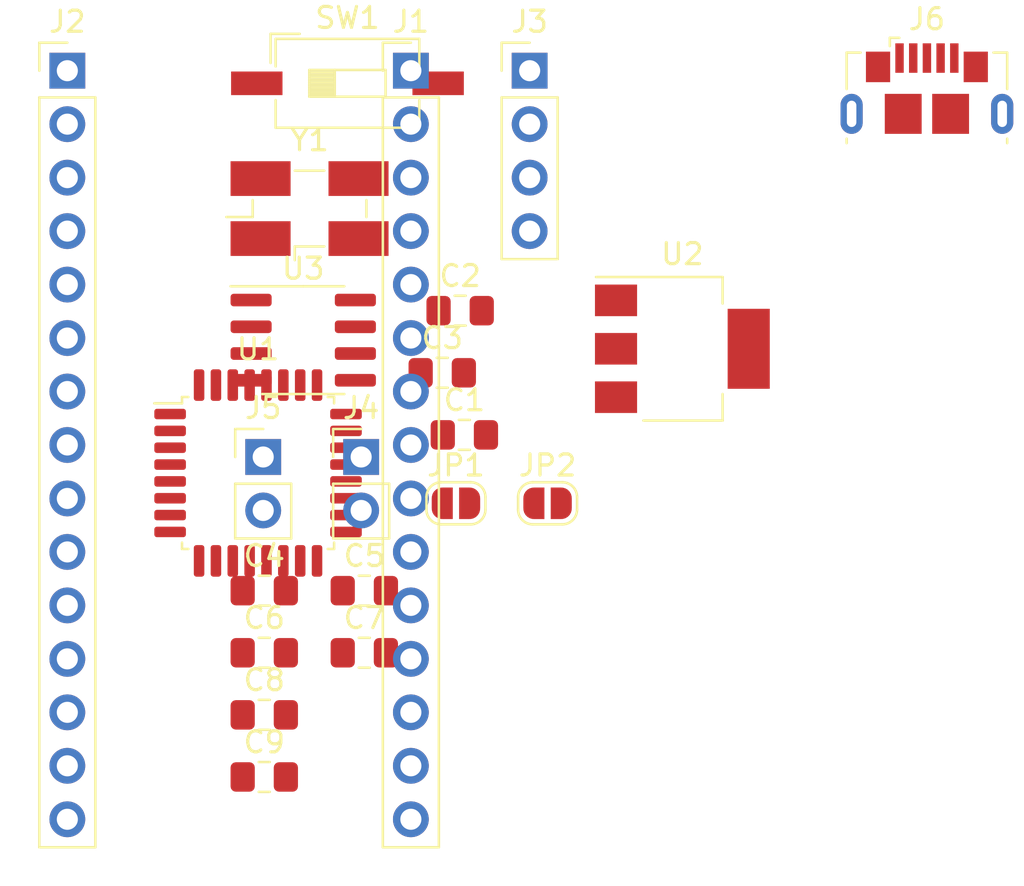
<source format=kicad_pcb>
(kicad_pcb (version 20171130) (host pcbnew 5.1.4)

  (general
    (thickness 1.6)
    (drawings 0)
    (tracks 0)
    (zones 0)
    (modules 22)
    (nets 41)
  )

  (page A4)
  (layers
    (0 F.Cu signal)
    (31 B.Cu signal)
    (32 B.Adhes user)
    (33 F.Adhes user)
    (34 B.Paste user)
    (35 F.Paste user)
    (36 B.SilkS user)
    (37 F.SilkS user)
    (38 B.Mask user)
    (39 F.Mask user)
    (40 Dwgs.User user)
    (41 Cmts.User user)
    (42 Eco1.User user)
    (43 Eco2.User user)
    (44 Edge.Cuts user)
    (45 Margin user)
    (46 B.CrtYd user)
    (47 F.CrtYd user)
    (48 B.Fab user)
    (49 F.Fab user)
  )

  (setup
    (last_trace_width 0.25)
    (trace_clearance 0.2)
    (zone_clearance 0.508)
    (zone_45_only no)
    (trace_min 0.2)
    (via_size 0.8)
    (via_drill 0.4)
    (via_min_size 0.4)
    (via_min_drill 0.3)
    (uvia_size 0.3)
    (uvia_drill 0.1)
    (uvias_allowed no)
    (uvia_min_size 0.2)
    (uvia_min_drill 0.1)
    (edge_width 0.05)
    (segment_width 0.2)
    (pcb_text_width 0.3)
    (pcb_text_size 1.5 1.5)
    (mod_edge_width 0.12)
    (mod_text_size 1 1)
    (mod_text_width 0.15)
    (pad_size 1.524 1.524)
    (pad_drill 0.762)
    (pad_to_mask_clearance 0.051)
    (solder_mask_min_width 0.25)
    (aux_axis_origin 0 0)
    (visible_elements FFFFFF7F)
    (pcbplotparams
      (layerselection 0x010fc_ffffffff)
      (usegerberextensions false)
      (usegerberattributes false)
      (usegerberadvancedattributes false)
      (creategerberjobfile false)
      (excludeedgelayer true)
      (linewidth 0.100000)
      (plotframeref false)
      (viasonmask false)
      (mode 1)
      (useauxorigin false)
      (hpglpennumber 1)
      (hpglpenspeed 20)
      (hpglpendiameter 15.000000)
      (psnegative false)
      (psa4output false)
      (plotreference true)
      (plotvalue true)
      (plotinvisibletext false)
      (padsonsilk false)
      (subtractmaskfromsilk false)
      (outputformat 1)
      (mirror false)
      (drillshape 1)
      (scaleselection 1)
      (outputdirectory ""))
  )

  (net 0 "")
  (net 1 GND)
  (net 2 "Net-(C1-Pad1)")
  (net 3 "Net-(C2-Pad2)")
  (net 4 VCC)
  (net 5 VDD)
  (net 6 NRST)
  (net 7 "Net-(C8-Pad1)")
  (net 8 "Net-(C9-Pad1)")
  (net 9 SWCLK)
  (net 10 SWDIO)
  (net 11 PA12)
  (net 12 PA11)
  (net 13 PA10)
  (net 14 PA9)
  (net 15 PA8)
  (net 16 PA7)
  (net 17 PA6)
  (net 18 PA5)
  (net 19 PA4)
  (net 20 PA3)
  (net 21 PA2)
  (net 22 PA1)
  (net 23 PA0)
  (net 24 PC15)
  (net 25 PC14)
  (net 26 PB7)
  (net 27 PB6)
  (net 28 PB5)
  (net 29 PB4)
  (net 30 PB3)
  (net 31 PB1)
  (net 32 PB0)
  (net 33 PA15)
  (net 34 TxD)
  (net 35 RxD)
  (net 36 DP)
  (net 37 "Net-(J6-Pad4)")
  (net 38 DM)
  (net 39 BOOT0)
  (net 40 "Net-(U3-Pad4)")

  (net_class Default "This is the default net class."
    (clearance 0.2)
    (trace_width 0.25)
    (via_dia 0.8)
    (via_drill 0.4)
    (uvia_dia 0.3)
    (uvia_drill 0.1)
    (add_net BOOT0)
    (add_net DM)
    (add_net DP)
    (add_net GND)
    (add_net NRST)
    (add_net "Net-(C1-Pad1)")
    (add_net "Net-(C2-Pad2)")
    (add_net "Net-(C8-Pad1)")
    (add_net "Net-(C9-Pad1)")
    (add_net "Net-(J6-Pad4)")
    (add_net "Net-(U3-Pad4)")
    (add_net PA0)
    (add_net PA1)
    (add_net PA10)
    (add_net PA11)
    (add_net PA12)
    (add_net PA15)
    (add_net PA2)
    (add_net PA3)
    (add_net PA4)
    (add_net PA5)
    (add_net PA6)
    (add_net PA7)
    (add_net PA8)
    (add_net PA9)
    (add_net PB0)
    (add_net PB1)
    (add_net PB3)
    (add_net PB4)
    (add_net PB5)
    (add_net PB6)
    (add_net PB7)
    (add_net PC14)
    (add_net PC15)
    (add_net RxD)
    (add_net SWCLK)
    (add_net SWDIO)
    (add_net TxD)
    (add_net VCC)
    (add_net VDD)
  )

  (module Crystal:Crystal_SMD_EuroQuartz_MJ-4Pin_5.0x3.2mm_HandSoldering (layer F.Cu) (tedit 5A0FD1B2) (tstamp 5D979938)
    (at 59.96 84.5)
    (descr "SMD Crystal EuroQuartz MJ series http://cdn-reichelt.de/documents/datenblatt/B400/MJ.pdf, hand-soldering, 5.0x3.2mm^2 package")
    (tags "SMD SMT crystal hand-soldering")
    (path /5D97EDC0)
    (attr smd)
    (fp_text reference Y1 (at 0 -3.25) (layer F.SilkS)
      (effects (font (size 1 1) (thickness 0.15)))
    )
    (fp_text value 32.768k (at 0 3.25) (layer F.Fab)
      (effects (font (size 1 1) (thickness 0.15)))
    )
    (fp_line (start 4 -2.5) (end -4 -2.5) (layer F.CrtYd) (width 0.05))
    (fp_line (start 4 2.5) (end 4 -2.5) (layer F.CrtYd) (width 0.05))
    (fp_line (start -4 2.5) (end 4 2.5) (layer F.CrtYd) (width 0.05))
    (fp_line (start -4 -2.5) (end -4 2.5) (layer F.CrtYd) (width 0.05))
    (fp_line (start -0.7 1.8) (end -0.7 2.45) (layer F.SilkS) (width 0.12))
    (fp_line (start 0.7 1.8) (end -0.7 1.8) (layer F.SilkS) (width 0.12))
    (fp_line (start -0.7 -1.8) (end 0.7 -1.8) (layer F.SilkS) (width 0.12))
    (fp_line (start 2.7 -0.4) (end 2.7 0.4) (layer F.SilkS) (width 0.12))
    (fp_line (start -2.7 0.4) (end -2.7 -0.4) (layer F.SilkS) (width 0.12))
    (fp_line (start -3.95 0.4) (end -2.7 0.4) (layer F.SilkS) (width 0.12))
    (fp_line (start -2.5 0.6) (end -1.5 1.6) (layer F.Fab) (width 0.1))
    (fp_line (start -2.5 -1.5) (end -2.4 -1.6) (layer F.Fab) (width 0.1))
    (fp_line (start -2.5 1.5) (end -2.5 -1.5) (layer F.Fab) (width 0.1))
    (fp_line (start -2.4 1.6) (end -2.5 1.5) (layer F.Fab) (width 0.1))
    (fp_line (start 2.4 1.6) (end -2.4 1.6) (layer F.Fab) (width 0.1))
    (fp_line (start 2.5 1.5) (end 2.4 1.6) (layer F.Fab) (width 0.1))
    (fp_line (start 2.5 -1.5) (end 2.5 1.5) (layer F.Fab) (width 0.1))
    (fp_line (start 2.4 -1.6) (end 2.5 -1.5) (layer F.Fab) (width 0.1))
    (fp_line (start -2.4 -1.6) (end 2.4 -1.6) (layer F.Fab) (width 0.1))
    (fp_text user %R (at 0 0) (layer F.Fab)
      (effects (font (size 1 1) (thickness 0.15)))
    )
    (pad 4 smd rect (at -2.325 -1.425) (size 2.85 1.65) (layers F.Cu F.Paste F.Mask))
    (pad 3 smd rect (at 2.325 -1.425) (size 2.85 1.65) (layers F.Cu F.Paste F.Mask))
    (pad 2 smd rect (at 2.325 1.425) (size 2.85 1.65) (layers F.Cu F.Paste F.Mask)
      (net 2 "Net-(C1-Pad1)"))
    (pad 1 smd rect (at -2.325 1.425) (size 2.85 1.65) (layers F.Cu F.Paste F.Mask)
      (net 3 "Net-(C2-Pad2)"))
    (model ${KISYS3DMOD}/Crystal.3dshapes/Crystal_SMD_EuroQuartz_MJ-4Pin_5.0x3.2mm_HandSoldering.wrl
      (at (xyz 0 0 0))
      (scale (xyz 1 1 1))
      (rotate (xyz 0 0 0))
    )
  )

  (module Package_SO:SOIC-8_3.9x4.9mm_P1.27mm (layer F.Cu) (tedit 5C97300E) (tstamp 5D97991C)
    (at 59.66 90.75)
    (descr "SOIC, 8 Pin (JEDEC MS-012AA, https://www.analog.com/media/en/package-pcb-resources/package/pkg_pdf/soic_narrow-r/r_8.pdf), generated with kicad-footprint-generator ipc_gullwing_generator.py")
    (tags "SOIC SO")
    (path /5DA7EFA6)
    (attr smd)
    (fp_text reference U3 (at 0 -3.4) (layer F.SilkS)
      (effects (font (size 1 1) (thickness 0.15)))
    )
    (fp_text value CH330N (at 0 3.4) (layer F.Fab)
      (effects (font (size 1 1) (thickness 0.15)))
    )
    (fp_text user %R (at 0 0) (layer F.Fab)
      (effects (font (size 0.98 0.98) (thickness 0.15)))
    )
    (fp_line (start 3.7 -2.7) (end -3.7 -2.7) (layer F.CrtYd) (width 0.05))
    (fp_line (start 3.7 2.7) (end 3.7 -2.7) (layer F.CrtYd) (width 0.05))
    (fp_line (start -3.7 2.7) (end 3.7 2.7) (layer F.CrtYd) (width 0.05))
    (fp_line (start -3.7 -2.7) (end -3.7 2.7) (layer F.CrtYd) (width 0.05))
    (fp_line (start -1.95 -1.475) (end -0.975 -2.45) (layer F.Fab) (width 0.1))
    (fp_line (start -1.95 2.45) (end -1.95 -1.475) (layer F.Fab) (width 0.1))
    (fp_line (start 1.95 2.45) (end -1.95 2.45) (layer F.Fab) (width 0.1))
    (fp_line (start 1.95 -2.45) (end 1.95 2.45) (layer F.Fab) (width 0.1))
    (fp_line (start -0.975 -2.45) (end 1.95 -2.45) (layer F.Fab) (width 0.1))
    (fp_line (start 0 -2.56) (end -3.45 -2.56) (layer F.SilkS) (width 0.12))
    (fp_line (start 0 -2.56) (end 1.95 -2.56) (layer F.SilkS) (width 0.12))
    (fp_line (start 0 2.56) (end -1.95 2.56) (layer F.SilkS) (width 0.12))
    (fp_line (start 0 2.56) (end 1.95 2.56) (layer F.SilkS) (width 0.12))
    (pad 8 smd roundrect (at 2.475 -1.905) (size 1.95 0.6) (layers F.Cu F.Paste F.Mask) (roundrect_rratio 0.25)
      (net 7 "Net-(C8-Pad1)"))
    (pad 7 smd roundrect (at 2.475 -0.635) (size 1.95 0.6) (layers F.Cu F.Paste F.Mask) (roundrect_rratio 0.25)
      (net 35 RxD))
    (pad 6 smd roundrect (at 2.475 0.635) (size 1.95 0.6) (layers F.Cu F.Paste F.Mask) (roundrect_rratio 0.25)
      (net 34 TxD))
    (pad 5 smd roundrect (at 2.475 1.905) (size 1.95 0.6) (layers F.Cu F.Paste F.Mask) (roundrect_rratio 0.25)
      (net 8 "Net-(C9-Pad1)"))
    (pad 4 smd roundrect (at -2.475 1.905) (size 1.95 0.6) (layers F.Cu F.Paste F.Mask) (roundrect_rratio 0.25)
      (net 40 "Net-(U3-Pad4)"))
    (pad 3 smd roundrect (at -2.475 0.635) (size 1.95 0.6) (layers F.Cu F.Paste F.Mask) (roundrect_rratio 0.25)
      (net 1 GND))
    (pad 2 smd roundrect (at -2.475 -0.635) (size 1.95 0.6) (layers F.Cu F.Paste F.Mask) (roundrect_rratio 0.25)
      (net 38 DM))
    (pad 1 smd roundrect (at -2.475 -1.905) (size 1.95 0.6) (layers F.Cu F.Paste F.Mask) (roundrect_rratio 0.25)
      (net 36 DP))
    (model ${KISYS3DMOD}/Package_SO.3dshapes/SOIC-8_3.9x4.9mm_P1.27mm.wrl
      (at (xyz 0 0 0))
      (scale (xyz 1 1 1))
      (rotate (xyz 0 0 0))
    )
  )

  (module Package_TO_SOT_SMD:SOT-223-3_TabPin2 (layer F.Cu) (tedit 5A02FF57) (tstamp 5D979902)
    (at 77.66 91.16)
    (descr "module CMS SOT223 4 pins")
    (tags "CMS SOT")
    (path /5D9B9C73)
    (attr smd)
    (fp_text reference U2 (at 0 -4.5) (layer F.SilkS)
      (effects (font (size 1 1) (thickness 0.15)))
    )
    (fp_text value AZ1117-33 (at 0 4.5) (layer F.Fab)
      (effects (font (size 1 1) (thickness 0.15)))
    )
    (fp_line (start 1.85 -3.35) (end 1.85 3.35) (layer F.Fab) (width 0.1))
    (fp_line (start -1.85 3.35) (end 1.85 3.35) (layer F.Fab) (width 0.1))
    (fp_line (start -4.1 -3.41) (end 1.91 -3.41) (layer F.SilkS) (width 0.12))
    (fp_line (start -0.85 -3.35) (end 1.85 -3.35) (layer F.Fab) (width 0.1))
    (fp_line (start -1.85 3.41) (end 1.91 3.41) (layer F.SilkS) (width 0.12))
    (fp_line (start -1.85 -2.35) (end -1.85 3.35) (layer F.Fab) (width 0.1))
    (fp_line (start -1.85 -2.35) (end -0.85 -3.35) (layer F.Fab) (width 0.1))
    (fp_line (start -4.4 -3.6) (end -4.4 3.6) (layer F.CrtYd) (width 0.05))
    (fp_line (start -4.4 3.6) (end 4.4 3.6) (layer F.CrtYd) (width 0.05))
    (fp_line (start 4.4 3.6) (end 4.4 -3.6) (layer F.CrtYd) (width 0.05))
    (fp_line (start 4.4 -3.6) (end -4.4 -3.6) (layer F.CrtYd) (width 0.05))
    (fp_line (start 1.91 -3.41) (end 1.91 -2.15) (layer F.SilkS) (width 0.12))
    (fp_line (start 1.91 3.41) (end 1.91 2.15) (layer F.SilkS) (width 0.12))
    (fp_text user %R (at 0 0 90) (layer F.Fab)
      (effects (font (size 0.8 0.8) (thickness 0.12)))
    )
    (pad 1 smd rect (at -3.15 -2.3) (size 2 1.5) (layers F.Cu F.Paste F.Mask)
      (net 1 GND))
    (pad 3 smd rect (at -3.15 2.3) (size 2 1.5) (layers F.Cu F.Paste F.Mask)
      (net 4 VCC))
    (pad 2 smd rect (at -3.15 0) (size 2 1.5) (layers F.Cu F.Paste F.Mask)
      (net 5 VDD))
    (pad 2 smd rect (at 3.15 0) (size 2 3.8) (layers F.Cu F.Paste F.Mask)
      (net 5 VDD))
    (model ${KISYS3DMOD}/Package_TO_SOT_SMD.3dshapes/SOT-223.wrl
      (at (xyz 0 0 0))
      (scale (xyz 1 1 1))
      (rotate (xyz 0 0 0))
    )
  )

  (module Package_QFP:LQFP-32_7x7mm_P0.8mm (layer F.Cu) (tedit 5C1823C9) (tstamp 5D9798EC)
    (at 57.515 97.06)
    (descr "LQFP, 32 Pin (https://www.nxp.com/docs/en/package-information/SOT358-1.pdf), generated with kicad-footprint-generator ipc_gullwing_generator.py")
    (tags "LQFP QFP")
    (path /5D971B2A)
    (attr smd)
    (fp_text reference U1 (at 0 -5.88) (layer F.SilkS)
      (effects (font (size 1 1) (thickness 0.15)))
    )
    (fp_text value STM32L051K8Tx (at 0 5.88) (layer F.Fab)
      (effects (font (size 1 1) (thickness 0.15)))
    )
    (fp_text user %R (at 0 0) (layer F.Fab)
      (effects (font (size 1 1) (thickness 0.15)))
    )
    (fp_line (start 5.18 3.3) (end 5.18 0) (layer F.CrtYd) (width 0.05))
    (fp_line (start 3.75 3.3) (end 5.18 3.3) (layer F.CrtYd) (width 0.05))
    (fp_line (start 3.75 3.75) (end 3.75 3.3) (layer F.CrtYd) (width 0.05))
    (fp_line (start 3.3 3.75) (end 3.75 3.75) (layer F.CrtYd) (width 0.05))
    (fp_line (start 3.3 5.18) (end 3.3 3.75) (layer F.CrtYd) (width 0.05))
    (fp_line (start 0 5.18) (end 3.3 5.18) (layer F.CrtYd) (width 0.05))
    (fp_line (start -5.18 3.3) (end -5.18 0) (layer F.CrtYd) (width 0.05))
    (fp_line (start -3.75 3.3) (end -5.18 3.3) (layer F.CrtYd) (width 0.05))
    (fp_line (start -3.75 3.75) (end -3.75 3.3) (layer F.CrtYd) (width 0.05))
    (fp_line (start -3.3 3.75) (end -3.75 3.75) (layer F.CrtYd) (width 0.05))
    (fp_line (start -3.3 5.18) (end -3.3 3.75) (layer F.CrtYd) (width 0.05))
    (fp_line (start 0 5.18) (end -3.3 5.18) (layer F.CrtYd) (width 0.05))
    (fp_line (start 5.18 -3.3) (end 5.18 0) (layer F.CrtYd) (width 0.05))
    (fp_line (start 3.75 -3.3) (end 5.18 -3.3) (layer F.CrtYd) (width 0.05))
    (fp_line (start 3.75 -3.75) (end 3.75 -3.3) (layer F.CrtYd) (width 0.05))
    (fp_line (start 3.3 -3.75) (end 3.75 -3.75) (layer F.CrtYd) (width 0.05))
    (fp_line (start 3.3 -5.18) (end 3.3 -3.75) (layer F.CrtYd) (width 0.05))
    (fp_line (start 0 -5.18) (end 3.3 -5.18) (layer F.CrtYd) (width 0.05))
    (fp_line (start -5.18 -3.3) (end -5.18 0) (layer F.CrtYd) (width 0.05))
    (fp_line (start -3.75 -3.3) (end -5.18 -3.3) (layer F.CrtYd) (width 0.05))
    (fp_line (start -3.75 -3.75) (end -3.75 -3.3) (layer F.CrtYd) (width 0.05))
    (fp_line (start -3.3 -3.75) (end -3.75 -3.75) (layer F.CrtYd) (width 0.05))
    (fp_line (start -3.3 -5.18) (end -3.3 -3.75) (layer F.CrtYd) (width 0.05))
    (fp_line (start 0 -5.18) (end -3.3 -5.18) (layer F.CrtYd) (width 0.05))
    (fp_line (start -3.5 -2.5) (end -2.5 -3.5) (layer F.Fab) (width 0.1))
    (fp_line (start -3.5 3.5) (end -3.5 -2.5) (layer F.Fab) (width 0.1))
    (fp_line (start 3.5 3.5) (end -3.5 3.5) (layer F.Fab) (width 0.1))
    (fp_line (start 3.5 -3.5) (end 3.5 3.5) (layer F.Fab) (width 0.1))
    (fp_line (start -2.5 -3.5) (end 3.5 -3.5) (layer F.Fab) (width 0.1))
    (fp_line (start -3.61 -3.31) (end -4.925 -3.31) (layer F.SilkS) (width 0.12))
    (fp_line (start -3.61 -3.61) (end -3.61 -3.31) (layer F.SilkS) (width 0.12))
    (fp_line (start -3.31 -3.61) (end -3.61 -3.61) (layer F.SilkS) (width 0.12))
    (fp_line (start 3.61 -3.61) (end 3.61 -3.31) (layer F.SilkS) (width 0.12))
    (fp_line (start 3.31 -3.61) (end 3.61 -3.61) (layer F.SilkS) (width 0.12))
    (fp_line (start -3.61 3.61) (end -3.61 3.31) (layer F.SilkS) (width 0.12))
    (fp_line (start -3.31 3.61) (end -3.61 3.61) (layer F.SilkS) (width 0.12))
    (fp_line (start 3.61 3.61) (end 3.61 3.31) (layer F.SilkS) (width 0.12))
    (fp_line (start 3.31 3.61) (end 3.61 3.61) (layer F.SilkS) (width 0.12))
    (pad 32 smd roundrect (at -2.8 -4.175) (size 0.5 1.5) (layers F.Cu F.Paste F.Mask) (roundrect_rratio 0.25)
      (net 1 GND))
    (pad 31 smd roundrect (at -2 -4.175) (size 0.5 1.5) (layers F.Cu F.Paste F.Mask) (roundrect_rratio 0.25)
      (net 39 BOOT0))
    (pad 30 smd roundrect (at -1.2 -4.175) (size 0.5 1.5) (layers F.Cu F.Paste F.Mask) (roundrect_rratio 0.25)
      (net 26 PB7))
    (pad 29 smd roundrect (at -0.4 -4.175) (size 0.5 1.5) (layers F.Cu F.Paste F.Mask) (roundrect_rratio 0.25)
      (net 27 PB6))
    (pad 28 smd roundrect (at 0.4 -4.175) (size 0.5 1.5) (layers F.Cu F.Paste F.Mask) (roundrect_rratio 0.25)
      (net 28 PB5))
    (pad 27 smd roundrect (at 1.2 -4.175) (size 0.5 1.5) (layers F.Cu F.Paste F.Mask) (roundrect_rratio 0.25)
      (net 29 PB4))
    (pad 26 smd roundrect (at 2 -4.175) (size 0.5 1.5) (layers F.Cu F.Paste F.Mask) (roundrect_rratio 0.25)
      (net 30 PB3))
    (pad 25 smd roundrect (at 2.8 -4.175) (size 0.5 1.5) (layers F.Cu F.Paste F.Mask) (roundrect_rratio 0.25)
      (net 33 PA15))
    (pad 24 smd roundrect (at 4.175 -2.8) (size 1.5 0.5) (layers F.Cu F.Paste F.Mask) (roundrect_rratio 0.25)
      (net 9 SWCLK))
    (pad 23 smd roundrect (at 4.175 -2) (size 1.5 0.5) (layers F.Cu F.Paste F.Mask) (roundrect_rratio 0.25)
      (net 10 SWDIO))
    (pad 22 smd roundrect (at 4.175 -1.2) (size 1.5 0.5) (layers F.Cu F.Paste F.Mask) (roundrect_rratio 0.25)
      (net 11 PA12))
    (pad 21 smd roundrect (at 4.175 -0.4) (size 1.5 0.5) (layers F.Cu F.Paste F.Mask) (roundrect_rratio 0.25)
      (net 12 PA11))
    (pad 20 smd roundrect (at 4.175 0.4) (size 1.5 0.5) (layers F.Cu F.Paste F.Mask) (roundrect_rratio 0.25)
      (net 13 PA10))
    (pad 19 smd roundrect (at 4.175 1.2) (size 1.5 0.5) (layers F.Cu F.Paste F.Mask) (roundrect_rratio 0.25)
      (net 14 PA9))
    (pad 18 smd roundrect (at 4.175 2) (size 1.5 0.5) (layers F.Cu F.Paste F.Mask) (roundrect_rratio 0.25)
      (net 15 PA8))
    (pad 17 smd roundrect (at 4.175 2.8) (size 1.5 0.5) (layers F.Cu F.Paste F.Mask) (roundrect_rratio 0.25)
      (net 5 VDD))
    (pad 16 smd roundrect (at 2.8 4.175) (size 0.5 1.5) (layers F.Cu F.Paste F.Mask) (roundrect_rratio 0.25)
      (net 1 GND))
    (pad 15 smd roundrect (at 2 4.175) (size 0.5 1.5) (layers F.Cu F.Paste F.Mask) (roundrect_rratio 0.25)
      (net 31 PB1))
    (pad 14 smd roundrect (at 1.2 4.175) (size 0.5 1.5) (layers F.Cu F.Paste F.Mask) (roundrect_rratio 0.25)
      (net 32 PB0))
    (pad 13 smd roundrect (at 0.4 4.175) (size 0.5 1.5) (layers F.Cu F.Paste F.Mask) (roundrect_rratio 0.25)
      (net 16 PA7))
    (pad 12 smd roundrect (at -0.4 4.175) (size 0.5 1.5) (layers F.Cu F.Paste F.Mask) (roundrect_rratio 0.25)
      (net 17 PA6))
    (pad 11 smd roundrect (at -1.2 4.175) (size 0.5 1.5) (layers F.Cu F.Paste F.Mask) (roundrect_rratio 0.25)
      (net 18 PA5))
    (pad 10 smd roundrect (at -2 4.175) (size 0.5 1.5) (layers F.Cu F.Paste F.Mask) (roundrect_rratio 0.25)
      (net 19 PA4))
    (pad 9 smd roundrect (at -2.8 4.175) (size 0.5 1.5) (layers F.Cu F.Paste F.Mask) (roundrect_rratio 0.25)
      (net 20 PA3))
    (pad 8 smd roundrect (at -4.175 2.8) (size 1.5 0.5) (layers F.Cu F.Paste F.Mask) (roundrect_rratio 0.25)
      (net 21 PA2))
    (pad 7 smd roundrect (at -4.175 2) (size 1.5 0.5) (layers F.Cu F.Paste F.Mask) (roundrect_rratio 0.25)
      (net 22 PA1))
    (pad 6 smd roundrect (at -4.175 1.2) (size 1.5 0.5) (layers F.Cu F.Paste F.Mask) (roundrect_rratio 0.25)
      (net 23 PA0))
    (pad 5 smd roundrect (at -4.175 0.4) (size 1.5 0.5) (layers F.Cu F.Paste F.Mask) (roundrect_rratio 0.25)
      (net 5 VDD))
    (pad 4 smd roundrect (at -4.175 -0.4) (size 1.5 0.5) (layers F.Cu F.Paste F.Mask) (roundrect_rratio 0.25)
      (net 6 NRST))
    (pad 3 smd roundrect (at -4.175 -1.2) (size 1.5 0.5) (layers F.Cu F.Paste F.Mask) (roundrect_rratio 0.25)
      (net 24 PC15))
    (pad 2 smd roundrect (at -4.175 -2) (size 1.5 0.5) (layers F.Cu F.Paste F.Mask) (roundrect_rratio 0.25)
      (net 25 PC14))
    (pad 1 smd roundrect (at -4.175 -2.8) (size 1.5 0.5) (layers F.Cu F.Paste F.Mask) (roundrect_rratio 0.25)
      (net 5 VDD))
    (model ${KISYS3DMOD}/Package_QFP.3dshapes/LQFP-32_7x7mm_P0.8mm.wrl
      (at (xyz 0 0 0))
      (scale (xyz 1 1 1))
      (rotate (xyz 0 0 0))
    )
  )

  (module Button_Switch_SMD:SW_DIP_SPSTx01_Slide_6.7x4.1mm_W8.61mm_P2.54mm_LowProfile (layer F.Cu) (tedit 5A4E1404) (tstamp 5D9798A1)
    (at 61.76 78.55)
    (descr "SMD 1x-dip-switch SPST , Slide, row spacing 8.61 mm (338 mils), body size 6.7x4.1mm (see e.g. https://www.ctscorp.com/wp-content/uploads/219.pdf), SMD, LowProfile")
    (tags "SMD DIP Switch SPST Slide 8.61mm 338mil SMD LowProfile")
    (path /5DA82F57)
    (attr smd)
    (fp_text reference SW1 (at 0 -3.11) (layer F.SilkS)
      (effects (font (size 1 1) (thickness 0.15)))
    )
    (fp_text value SW_RST (at 0 3.11) (layer F.Fab)
      (effects (font (size 1 1) (thickness 0.15)))
    )
    (fp_text user on (at 0.4275 -1.3425) (layer F.Fab)
      (effects (font (size 0.6 0.6) (thickness 0.09)))
    )
    (fp_text user %R (at 2.58 0 90) (layer F.Fab)
      (effects (font (size 0.6 0.6) (thickness 0.09)))
    )
    (fp_line (start 5.8 -2.4) (end -5.8 -2.4) (layer F.CrtYd) (width 0.05))
    (fp_line (start 5.8 2.4) (end 5.8 -2.4) (layer F.CrtYd) (width 0.05))
    (fp_line (start -5.8 2.4) (end 5.8 2.4) (layer F.CrtYd) (width 0.05))
    (fp_line (start -5.8 -2.4) (end -5.8 2.4) (layer F.CrtYd) (width 0.05))
    (fp_line (start -0.603333 -0.635) (end -0.603333 0.635) (layer F.SilkS) (width 0.12))
    (fp_line (start -1.81 0.565) (end -0.603333 0.565) (layer F.SilkS) (width 0.12))
    (fp_line (start -1.81 0.445) (end -0.603333 0.445) (layer F.SilkS) (width 0.12))
    (fp_line (start -1.81 0.325) (end -0.603333 0.325) (layer F.SilkS) (width 0.12))
    (fp_line (start -1.81 0.205) (end -0.603333 0.205) (layer F.SilkS) (width 0.12))
    (fp_line (start -1.81 0.085) (end -0.603333 0.085) (layer F.SilkS) (width 0.12))
    (fp_line (start -1.81 -0.035) (end -0.603333 -0.035) (layer F.SilkS) (width 0.12))
    (fp_line (start -1.81 -0.155) (end -0.603333 -0.155) (layer F.SilkS) (width 0.12))
    (fp_line (start -1.81 -0.275) (end -0.603333 -0.275) (layer F.SilkS) (width 0.12))
    (fp_line (start -1.81 -0.395) (end -0.603333 -0.395) (layer F.SilkS) (width 0.12))
    (fp_line (start -1.81 -0.515) (end -0.603333 -0.515) (layer F.SilkS) (width 0.12))
    (fp_line (start 1.81 -0.635) (end -1.81 -0.635) (layer F.SilkS) (width 0.12))
    (fp_line (start 1.81 0.635) (end 1.81 -0.635) (layer F.SilkS) (width 0.12))
    (fp_line (start -1.81 0.635) (end 1.81 0.635) (layer F.SilkS) (width 0.12))
    (fp_line (start -1.81 -0.635) (end -1.81 0.635) (layer F.SilkS) (width 0.12))
    (fp_line (start -3.65 -2.35) (end -3.65 -0.967) (layer F.SilkS) (width 0.12))
    (fp_line (start -3.65 -2.35) (end -2.267 -2.35) (layer F.SilkS) (width 0.12))
    (fp_line (start 3.41 0.8) (end 3.41 2.11) (layer F.SilkS) (width 0.12))
    (fp_line (start 3.41 -2.11) (end 3.41 -0.8) (layer F.SilkS) (width 0.12))
    (fp_line (start -3.41 0.8) (end -3.41 2.11) (layer F.SilkS) (width 0.12))
    (fp_line (start -3.41 -2.11) (end -3.41 -0.8) (layer F.SilkS) (width 0.12))
    (fp_line (start -3.41 2.11) (end 3.41 2.11) (layer F.SilkS) (width 0.12))
    (fp_line (start -3.41 -2.11) (end 3.41 -2.11) (layer F.SilkS) (width 0.12))
    (fp_line (start -0.603333 -0.635) (end -0.603333 0.635) (layer F.Fab) (width 0.1))
    (fp_line (start -1.81 0.565) (end -0.603333 0.565) (layer F.Fab) (width 0.1))
    (fp_line (start -1.81 0.465) (end -0.603333 0.465) (layer F.Fab) (width 0.1))
    (fp_line (start -1.81 0.365) (end -0.603333 0.365) (layer F.Fab) (width 0.1))
    (fp_line (start -1.81 0.265) (end -0.603333 0.265) (layer F.Fab) (width 0.1))
    (fp_line (start -1.81 0.165) (end -0.603333 0.165) (layer F.Fab) (width 0.1))
    (fp_line (start -1.81 0.065) (end -0.603333 0.065) (layer F.Fab) (width 0.1))
    (fp_line (start -1.81 -0.035) (end -0.603333 -0.035) (layer F.Fab) (width 0.1))
    (fp_line (start -1.81 -0.135) (end -0.603333 -0.135) (layer F.Fab) (width 0.1))
    (fp_line (start -1.81 -0.235) (end -0.603333 -0.235) (layer F.Fab) (width 0.1))
    (fp_line (start -1.81 -0.335) (end -0.603333 -0.335) (layer F.Fab) (width 0.1))
    (fp_line (start -1.81 -0.435) (end -0.603333 -0.435) (layer F.Fab) (width 0.1))
    (fp_line (start -1.81 -0.535) (end -0.603333 -0.535) (layer F.Fab) (width 0.1))
    (fp_line (start 1.81 -0.635) (end -1.81 -0.635) (layer F.Fab) (width 0.1))
    (fp_line (start 1.81 0.635) (end 1.81 -0.635) (layer F.Fab) (width 0.1))
    (fp_line (start -1.81 0.635) (end 1.81 0.635) (layer F.Fab) (width 0.1))
    (fp_line (start -1.81 -0.635) (end -1.81 0.635) (layer F.Fab) (width 0.1))
    (fp_line (start -3.35 -1.05) (end -2.35 -2.05) (layer F.Fab) (width 0.1))
    (fp_line (start -3.35 2.05) (end -3.35 -1.05) (layer F.Fab) (width 0.1))
    (fp_line (start 3.35 2.05) (end -3.35 2.05) (layer F.Fab) (width 0.1))
    (fp_line (start 3.35 -2.05) (end 3.35 2.05) (layer F.Fab) (width 0.1))
    (fp_line (start -2.35 -2.05) (end 3.35 -2.05) (layer F.Fab) (width 0.1))
    (pad 2 smd rect (at 4.305 0) (size 2.44 1.12) (layers F.Cu F.Paste F.Mask)
      (net 1 GND))
    (pad 1 smd rect (at -4.305 0) (size 2.44 1.12) (layers F.Cu F.Paste F.Mask)
      (net 6 NRST))
    (model ${KISYS3DMOD}/Button_Switch_SMD.3dshapes/SW_DIP_SPSTx01_Slide_6.7x4.1mm_W8.61mm_P2.54mm_LowProfile.wrl
      (at (xyz 0 0 0))
      (scale (xyz 1 1 1))
      (rotate (xyz 0 0 90))
    )
  )

  (module Jumper:SolderJumper-2_P1.3mm_Open_RoundedPad1.0x1.5mm (layer F.Cu) (tedit 5B391E66) (tstamp 5D979868)
    (at 71.26 98.5)
    (descr "SMD Solder Jumper, 1x1.5mm, rounded Pads, 0.3mm gap, open")
    (tags "solder jumper open")
    (path /5D99ECF1)
    (attr virtual)
    (fp_text reference JP2 (at 0 -1.8) (layer F.SilkS)
      (effects (font (size 1 1) (thickness 0.15)))
    )
    (fp_text value Jumper (at 0 1.9) (layer F.Fab)
      (effects (font (size 1 1) (thickness 0.15)))
    )
    (fp_line (start 1.65 1.25) (end -1.65 1.25) (layer F.CrtYd) (width 0.05))
    (fp_line (start 1.65 1.25) (end 1.65 -1.25) (layer F.CrtYd) (width 0.05))
    (fp_line (start -1.65 -1.25) (end -1.65 1.25) (layer F.CrtYd) (width 0.05))
    (fp_line (start -1.65 -1.25) (end 1.65 -1.25) (layer F.CrtYd) (width 0.05))
    (fp_line (start -0.7 -1) (end 0.7 -1) (layer F.SilkS) (width 0.12))
    (fp_line (start 1.4 -0.3) (end 1.4 0.3) (layer F.SilkS) (width 0.12))
    (fp_line (start 0.7 1) (end -0.7 1) (layer F.SilkS) (width 0.12))
    (fp_line (start -1.4 0.3) (end -1.4 -0.3) (layer F.SilkS) (width 0.12))
    (fp_arc (start -0.7 -0.3) (end -0.7 -1) (angle -90) (layer F.SilkS) (width 0.12))
    (fp_arc (start -0.7 0.3) (end -1.4 0.3) (angle -90) (layer F.SilkS) (width 0.12))
    (fp_arc (start 0.7 0.3) (end 0.7 1) (angle -90) (layer F.SilkS) (width 0.12))
    (fp_arc (start 0.7 -0.3) (end 1.4 -0.3) (angle -90) (layer F.SilkS) (width 0.12))
    (pad 2 smd custom (at 0.65 0) (size 1 0.5) (layers F.Cu F.Mask)
      (net 24 PC15) (zone_connect 2)
      (options (clearance outline) (anchor rect))
      (primitives
        (gr_circle (center 0 0.25) (end 0.5 0.25) (width 0))
        (gr_circle (center 0 -0.25) (end 0.5 -0.25) (width 0))
        (gr_poly (pts
           (xy 0 -0.75) (xy -0.5 -0.75) (xy -0.5 0.75) (xy 0 0.75)) (width 0))
      ))
    (pad 1 smd custom (at -0.65 0) (size 1 0.5) (layers F.Cu F.Mask)
      (net 3 "Net-(C2-Pad2)") (zone_connect 2)
      (options (clearance outline) (anchor rect))
      (primitives
        (gr_circle (center 0 0.25) (end 0.5 0.25) (width 0))
        (gr_circle (center 0 -0.25) (end 0.5 -0.25) (width 0))
        (gr_poly (pts
           (xy 0 -0.75) (xy 0.5 -0.75) (xy 0.5 0.75) (xy 0 0.75)) (width 0))
      ))
  )

  (module Jumper:SolderJumper-2_P1.3mm_Open_RoundedPad1.0x1.5mm (layer F.Cu) (tedit 5B391E66) (tstamp 5D979856)
    (at 66.91 98.5)
    (descr "SMD Solder Jumper, 1x1.5mm, rounded Pads, 0.3mm gap, open")
    (tags "solder jumper open")
    (path /5D99E77A)
    (attr virtual)
    (fp_text reference JP1 (at 0 -1.8) (layer F.SilkS)
      (effects (font (size 1 1) (thickness 0.15)))
    )
    (fp_text value Jumper (at 0 1.9) (layer F.Fab)
      (effects (font (size 1 1) (thickness 0.15)))
    )
    (fp_line (start 1.65 1.25) (end -1.65 1.25) (layer F.CrtYd) (width 0.05))
    (fp_line (start 1.65 1.25) (end 1.65 -1.25) (layer F.CrtYd) (width 0.05))
    (fp_line (start -1.65 -1.25) (end -1.65 1.25) (layer F.CrtYd) (width 0.05))
    (fp_line (start -1.65 -1.25) (end 1.65 -1.25) (layer F.CrtYd) (width 0.05))
    (fp_line (start -0.7 -1) (end 0.7 -1) (layer F.SilkS) (width 0.12))
    (fp_line (start 1.4 -0.3) (end 1.4 0.3) (layer F.SilkS) (width 0.12))
    (fp_line (start 0.7 1) (end -0.7 1) (layer F.SilkS) (width 0.12))
    (fp_line (start -1.4 0.3) (end -1.4 -0.3) (layer F.SilkS) (width 0.12))
    (fp_arc (start -0.7 -0.3) (end -0.7 -1) (angle -90) (layer F.SilkS) (width 0.12))
    (fp_arc (start -0.7 0.3) (end -1.4 0.3) (angle -90) (layer F.SilkS) (width 0.12))
    (fp_arc (start 0.7 0.3) (end 0.7 1) (angle -90) (layer F.SilkS) (width 0.12))
    (fp_arc (start 0.7 -0.3) (end 1.4 -0.3) (angle -90) (layer F.SilkS) (width 0.12))
    (pad 2 smd custom (at 0.65 0) (size 1 0.5) (layers F.Cu F.Mask)
      (net 25 PC14) (zone_connect 2)
      (options (clearance outline) (anchor rect))
      (primitives
        (gr_circle (center 0 0.25) (end 0.5 0.25) (width 0))
        (gr_circle (center 0 -0.25) (end 0.5 -0.25) (width 0))
        (gr_poly (pts
           (xy 0 -0.75) (xy -0.5 -0.75) (xy -0.5 0.75) (xy 0 0.75)) (width 0))
      ))
    (pad 1 smd custom (at -0.65 0) (size 1 0.5) (layers F.Cu F.Mask)
      (net 2 "Net-(C1-Pad1)") (zone_connect 2)
      (options (clearance outline) (anchor rect))
      (primitives
        (gr_circle (center 0 0.25) (end 0.5 0.25) (width 0))
        (gr_circle (center 0 -0.25) (end 0.5 -0.25) (width 0))
        (gr_poly (pts
           (xy 0 -0.75) (xy 0.5 -0.75) (xy 0.5 0.75) (xy 0 0.75)) (width 0))
      ))
  )

  (module Connector_USB:USB_Micro-B_GCT_USB3076-30-A (layer F.Cu) (tedit 5A170D03) (tstamp 5D979844)
    (at 89.27 78.8)
    (descr "GCT Micro USB https://gct.co/files/drawings/usb3076.pdf")
    (tags "Micro-USB SMD Typ-B GCT")
    (path /5DB42720)
    (attr smd)
    (fp_text reference J6 (at 0 -3.3) (layer F.SilkS)
      (effects (font (size 1 1) (thickness 0.15)))
    )
    (fp_text value USB (at 0 5.2) (layer F.Fab)
      (effects (font (size 1 1) (thickness 0.15)))
    )
    (fp_line (start -1.1 -2.16) (end -1.1 -1.95) (layer F.Fab) (width 0.1))
    (fp_line (start -1.5 -2.16) (end -1.5 -1.95) (layer F.Fab) (width 0.1))
    (fp_line (start -1.5 -2.16) (end -1.1 -2.16) (layer F.Fab) (width 0.1))
    (fp_line (start -1.1 -1.95) (end -1.3 -1.75) (layer F.Fab) (width 0.1))
    (fp_line (start -1.3 -1.75) (end -1.5 -1.95) (layer F.Fab) (width 0.1))
    (fp_line (start -1.76 -2.41) (end -1.76 -2.02) (layer F.SilkS) (width 0.12))
    (fp_line (start -1.76 -2.41) (end -1.31 -2.41) (layer F.SilkS) (width 0.12))
    (fp_text user %R (at 0 0.85) (layer F.Fab)
      (effects (font (size 1 1) (thickness 0.15)))
    )
    (fp_line (start 3.81 -1.71) (end 3.16 -1.71) (layer F.SilkS) (width 0.12))
    (fp_line (start 3.81 0.02) (end 3.81 -1.71) (layer F.SilkS) (width 0.12))
    (fp_line (start -3.81 2.59) (end -3.81 2.38) (layer F.SilkS) (width 0.12))
    (fp_line (start -3.7 3.95) (end -3.7 -1.6) (layer F.Fab) (width 0.1))
    (fp_line (start -3.7 -1.6) (end 3.7 -1.6) (layer F.Fab) (width 0.1))
    (fp_line (start -3.7 3.95) (end 3.7 3.95) (layer F.Fab) (width 0.1))
    (fp_line (start -3 2.65) (end 3 2.65) (layer F.Fab) (width 0.1))
    (fp_line (start 3.7 3.95) (end 3.7 -1.6) (layer F.Fab) (width 0.1))
    (fp_line (start 3.81 2.59) (end 3.81 2.38) (layer F.SilkS) (width 0.12))
    (fp_line (start -3.81 0.02) (end -3.81 -1.71) (layer F.SilkS) (width 0.12))
    (fp_line (start -3.81 -1.71) (end -3.15 -1.71) (layer F.SilkS) (width 0.12))
    (fp_text user "PCB Edge" (at 0 2.65) (layer Dwgs.User)
      (effects (font (size 0.5 0.5) (thickness 0.08)))
    )
    (fp_line (start -4.6 4.45) (end -4.6 -2.65) (layer F.CrtYd) (width 0.05))
    (fp_line (start -4.6 -2.65) (end 4.6 -2.65) (layer F.CrtYd) (width 0.05))
    (fp_line (start 4.6 -2.65) (end 4.6 4.45) (layer F.CrtYd) (width 0.05))
    (fp_line (start -4.6 4.45) (end 4.6 4.45) (layer F.CrtYd) (width 0.05))
    (pad 6 smd rect (at -2.32 -1.03) (size 1.15 1.45) (layers F.Cu F.Paste F.Mask)
      (net 1 GND))
    (pad 6 smd rect (at 2.32 -1.03) (size 1.15 1.45) (layers F.Cu F.Paste F.Mask)
      (net 1 GND))
    (pad 6 thru_hole oval (at 3.575 1.2) (size 1.05 1.9) (drill oval 0.45 1.25) (layers *.Cu *.Mask)
      (net 1 GND))
    (pad 6 thru_hole oval (at -3.575 1.2 180) (size 1.05 1.9) (drill oval 0.45 1.25) (layers *.Cu *.Mask)
      (net 1 GND))
    (pad 6 smd rect (at -1.125 1.2) (size 1.75 1.9) (layers F.Cu F.Paste F.Mask)
      (net 1 GND))
    (pad 3 smd rect (at 0 -1.45) (size 0.4 1.4) (layers F.Cu F.Paste F.Mask)
      (net 36 DP))
    (pad 4 smd rect (at 0.65 -1.45) (size 0.4 1.4) (layers F.Cu F.Paste F.Mask)
      (net 37 "Net-(J6-Pad4)"))
    (pad 5 smd rect (at 1.3 -1.45) (size 0.4 1.4) (layers F.Cu F.Paste F.Mask)
      (net 1 GND))
    (pad 1 smd rect (at -1.3 -1.45) (size 0.4 1.4) (layers F.Cu F.Paste F.Mask)
      (net 4 VCC))
    (pad 2 smd rect (at -0.65 -1.45) (size 0.4 1.4) (layers F.Cu F.Paste F.Mask)
      (net 38 DM))
    (pad 6 smd rect (at 1.125 1.2) (size 1.75 1.9) (layers F.Cu F.Paste F.Mask)
      (net 1 GND))
    (model ${KISYS3DMOD}/Connector_USB.3dshapes/USB_Micro-B_GCT_USB3076-30-A.wrl
      (at (xyz 0 0 0))
      (scale (xyz 1 1 1))
      (rotate (xyz 0 0 0))
    )
  )

  (module Connector_PinHeader_2.54mm:PinHeader_1x02_P2.54mm_Vertical (layer F.Cu) (tedit 59FED5CC) (tstamp 5D97981D)
    (at 57.76 96.3)
    (descr "Through hole straight pin header, 1x02, 2.54mm pitch, single row")
    (tags "Through hole pin header THT 1x02 2.54mm single row")
    (path /5DAFEB10)
    (fp_text reference J5 (at 0 -2.33) (layer F.SilkS)
      (effects (font (size 1 1) (thickness 0.15)))
    )
    (fp_text value UART_Rx (at 0 4.87) (layer F.Fab)
      (effects (font (size 1 1) (thickness 0.15)))
    )
    (fp_text user %R (at 0 1.27 90) (layer F.Fab)
      (effects (font (size 1 1) (thickness 0.15)))
    )
    (fp_line (start 1.8 -1.8) (end -1.8 -1.8) (layer F.CrtYd) (width 0.05))
    (fp_line (start 1.8 4.35) (end 1.8 -1.8) (layer F.CrtYd) (width 0.05))
    (fp_line (start -1.8 4.35) (end 1.8 4.35) (layer F.CrtYd) (width 0.05))
    (fp_line (start -1.8 -1.8) (end -1.8 4.35) (layer F.CrtYd) (width 0.05))
    (fp_line (start -1.33 -1.33) (end 0 -1.33) (layer F.SilkS) (width 0.12))
    (fp_line (start -1.33 0) (end -1.33 -1.33) (layer F.SilkS) (width 0.12))
    (fp_line (start -1.33 1.27) (end 1.33 1.27) (layer F.SilkS) (width 0.12))
    (fp_line (start 1.33 1.27) (end 1.33 3.87) (layer F.SilkS) (width 0.12))
    (fp_line (start -1.33 1.27) (end -1.33 3.87) (layer F.SilkS) (width 0.12))
    (fp_line (start -1.33 3.87) (end 1.33 3.87) (layer F.SilkS) (width 0.12))
    (fp_line (start -1.27 -0.635) (end -0.635 -1.27) (layer F.Fab) (width 0.1))
    (fp_line (start -1.27 3.81) (end -1.27 -0.635) (layer F.Fab) (width 0.1))
    (fp_line (start 1.27 3.81) (end -1.27 3.81) (layer F.Fab) (width 0.1))
    (fp_line (start 1.27 -1.27) (end 1.27 3.81) (layer F.Fab) (width 0.1))
    (fp_line (start -0.635 -1.27) (end 1.27 -1.27) (layer F.Fab) (width 0.1))
    (pad 2 thru_hole oval (at 0 2.54) (size 1.7 1.7) (drill 1) (layers *.Cu *.Mask)
      (net 21 PA2))
    (pad 1 thru_hole rect (at 0 0) (size 1.7 1.7) (drill 1) (layers *.Cu *.Mask)
      (net 35 RxD))
    (model ${KISYS3DMOD}/Connector_PinHeader_2.54mm.3dshapes/PinHeader_1x02_P2.54mm_Vertical.wrl
      (at (xyz 0 0 0))
      (scale (xyz 1 1 1))
      (rotate (xyz 0 0 0))
    )
  )

  (module Connector_PinHeader_2.54mm:PinHeader_1x02_P2.54mm_Vertical (layer F.Cu) (tedit 59FED5CC) (tstamp 5D979807)
    (at 62.41 96.3)
    (descr "Through hole straight pin header, 1x02, 2.54mm pitch, single row")
    (tags "Through hole pin header THT 1x02 2.54mm single row")
    (path /5DAFE12C)
    (fp_text reference J4 (at 0 -2.33) (layer F.SilkS)
      (effects (font (size 1 1) (thickness 0.15)))
    )
    (fp_text value UART_Tx (at 0 4.87) (layer F.Fab)
      (effects (font (size 1 1) (thickness 0.15)))
    )
    (fp_text user %R (at 0 1.27 90) (layer F.Fab)
      (effects (font (size 1 1) (thickness 0.15)))
    )
    (fp_line (start 1.8 -1.8) (end -1.8 -1.8) (layer F.CrtYd) (width 0.05))
    (fp_line (start 1.8 4.35) (end 1.8 -1.8) (layer F.CrtYd) (width 0.05))
    (fp_line (start -1.8 4.35) (end 1.8 4.35) (layer F.CrtYd) (width 0.05))
    (fp_line (start -1.8 -1.8) (end -1.8 4.35) (layer F.CrtYd) (width 0.05))
    (fp_line (start -1.33 -1.33) (end 0 -1.33) (layer F.SilkS) (width 0.12))
    (fp_line (start -1.33 0) (end -1.33 -1.33) (layer F.SilkS) (width 0.12))
    (fp_line (start -1.33 1.27) (end 1.33 1.27) (layer F.SilkS) (width 0.12))
    (fp_line (start 1.33 1.27) (end 1.33 3.87) (layer F.SilkS) (width 0.12))
    (fp_line (start -1.33 1.27) (end -1.33 3.87) (layer F.SilkS) (width 0.12))
    (fp_line (start -1.33 3.87) (end 1.33 3.87) (layer F.SilkS) (width 0.12))
    (fp_line (start -1.27 -0.635) (end -0.635 -1.27) (layer F.Fab) (width 0.1))
    (fp_line (start -1.27 3.81) (end -1.27 -0.635) (layer F.Fab) (width 0.1))
    (fp_line (start 1.27 3.81) (end -1.27 3.81) (layer F.Fab) (width 0.1))
    (fp_line (start 1.27 -1.27) (end 1.27 3.81) (layer F.Fab) (width 0.1))
    (fp_line (start -0.635 -1.27) (end 1.27 -1.27) (layer F.Fab) (width 0.1))
    (pad 2 thru_hole oval (at 0 2.54) (size 1.7 1.7) (drill 1) (layers *.Cu *.Mask)
      (net 20 PA3))
    (pad 1 thru_hole rect (at 0 0) (size 1.7 1.7) (drill 1) (layers *.Cu *.Mask)
      (net 34 TxD))
    (model ${KISYS3DMOD}/Connector_PinHeader_2.54mm.3dshapes/PinHeader_1x02_P2.54mm_Vertical.wrl
      (at (xyz 0 0 0))
      (scale (xyz 1 1 1))
      (rotate (xyz 0 0 0))
    )
  )

  (module Connector_PinHeader_2.54mm:PinHeader_1x04_P2.54mm_Vertical (layer F.Cu) (tedit 59FED5CC) (tstamp 5D9797F1)
    (at 70.41 77.95)
    (descr "Through hole straight pin header, 1x04, 2.54mm pitch, single row")
    (tags "Through hole pin header THT 1x04 2.54mm single row")
    (path /5DA679B7)
    (fp_text reference J3 (at 0 -2.33) (layer F.SilkS)
      (effects (font (size 1 1) (thickness 0.15)))
    )
    (fp_text value SWD (at 0 9.95) (layer F.Fab)
      (effects (font (size 1 1) (thickness 0.15)))
    )
    (fp_text user %R (at 0 3.81 90) (layer F.Fab)
      (effects (font (size 1 1) (thickness 0.15)))
    )
    (fp_line (start 1.8 -1.8) (end -1.8 -1.8) (layer F.CrtYd) (width 0.05))
    (fp_line (start 1.8 9.4) (end 1.8 -1.8) (layer F.CrtYd) (width 0.05))
    (fp_line (start -1.8 9.4) (end 1.8 9.4) (layer F.CrtYd) (width 0.05))
    (fp_line (start -1.8 -1.8) (end -1.8 9.4) (layer F.CrtYd) (width 0.05))
    (fp_line (start -1.33 -1.33) (end 0 -1.33) (layer F.SilkS) (width 0.12))
    (fp_line (start -1.33 0) (end -1.33 -1.33) (layer F.SilkS) (width 0.12))
    (fp_line (start -1.33 1.27) (end 1.33 1.27) (layer F.SilkS) (width 0.12))
    (fp_line (start 1.33 1.27) (end 1.33 8.95) (layer F.SilkS) (width 0.12))
    (fp_line (start -1.33 1.27) (end -1.33 8.95) (layer F.SilkS) (width 0.12))
    (fp_line (start -1.33 8.95) (end 1.33 8.95) (layer F.SilkS) (width 0.12))
    (fp_line (start -1.27 -0.635) (end -0.635 -1.27) (layer F.Fab) (width 0.1))
    (fp_line (start -1.27 8.89) (end -1.27 -0.635) (layer F.Fab) (width 0.1))
    (fp_line (start 1.27 8.89) (end -1.27 8.89) (layer F.Fab) (width 0.1))
    (fp_line (start 1.27 -1.27) (end 1.27 8.89) (layer F.Fab) (width 0.1))
    (fp_line (start -0.635 -1.27) (end 1.27 -1.27) (layer F.Fab) (width 0.1))
    (pad 4 thru_hole oval (at 0 7.62) (size 1.7 1.7) (drill 1) (layers *.Cu *.Mask)
      (net 1 GND))
    (pad 3 thru_hole oval (at 0 5.08) (size 1.7 1.7) (drill 1) (layers *.Cu *.Mask)
      (net 9 SWCLK))
    (pad 2 thru_hole oval (at 0 2.54) (size 1.7 1.7) (drill 1) (layers *.Cu *.Mask)
      (net 10 SWDIO))
    (pad 1 thru_hole rect (at 0 0) (size 1.7 1.7) (drill 1) (layers *.Cu *.Mask)
      (net 5 VDD))
    (model ${KISYS3DMOD}/Connector_PinHeader_2.54mm.3dshapes/PinHeader_1x04_P2.54mm_Vertical.wrl
      (at (xyz 0 0 0))
      (scale (xyz 1 1 1))
      (rotate (xyz 0 0 0))
    )
  )

  (module Connector_PinHeader_2.54mm:PinHeader_1x15_P2.54mm_Vertical (layer F.Cu) (tedit 59FED5CC) (tstamp 5D9797D9)
    (at 48.46 77.95)
    (descr "Through hole straight pin header, 1x15, 2.54mm pitch, single row")
    (tags "Through hole pin header THT 1x15 2.54mm single row")
    (path /5D9EC9DE)
    (fp_text reference J2 (at 0 -2.33) (layer F.SilkS)
      (effects (font (size 1 1) (thickness 0.15)))
    )
    (fp_text value PortB/C (at 0 37.89) (layer F.Fab)
      (effects (font (size 1 1) (thickness 0.15)))
    )
    (fp_text user %R (at 0 17.78 90) (layer F.Fab)
      (effects (font (size 1 1) (thickness 0.15)))
    )
    (fp_line (start 1.8 -1.8) (end -1.8 -1.8) (layer F.CrtYd) (width 0.05))
    (fp_line (start 1.8 37.35) (end 1.8 -1.8) (layer F.CrtYd) (width 0.05))
    (fp_line (start -1.8 37.35) (end 1.8 37.35) (layer F.CrtYd) (width 0.05))
    (fp_line (start -1.8 -1.8) (end -1.8 37.35) (layer F.CrtYd) (width 0.05))
    (fp_line (start -1.33 -1.33) (end 0 -1.33) (layer F.SilkS) (width 0.12))
    (fp_line (start -1.33 0) (end -1.33 -1.33) (layer F.SilkS) (width 0.12))
    (fp_line (start -1.33 1.27) (end 1.33 1.27) (layer F.SilkS) (width 0.12))
    (fp_line (start 1.33 1.27) (end 1.33 36.89) (layer F.SilkS) (width 0.12))
    (fp_line (start -1.33 1.27) (end -1.33 36.89) (layer F.SilkS) (width 0.12))
    (fp_line (start -1.33 36.89) (end 1.33 36.89) (layer F.SilkS) (width 0.12))
    (fp_line (start -1.27 -0.635) (end -0.635 -1.27) (layer F.Fab) (width 0.1))
    (fp_line (start -1.27 36.83) (end -1.27 -0.635) (layer F.Fab) (width 0.1))
    (fp_line (start 1.27 36.83) (end -1.27 36.83) (layer F.Fab) (width 0.1))
    (fp_line (start 1.27 -1.27) (end 1.27 36.83) (layer F.Fab) (width 0.1))
    (fp_line (start -0.635 -1.27) (end 1.27 -1.27) (layer F.Fab) (width 0.1))
    (pad 15 thru_hole oval (at 0 35.56) (size 1.7 1.7) (drill 1) (layers *.Cu *.Mask)
      (net 1 GND))
    (pad 14 thru_hole oval (at 0 33.02) (size 1.7 1.7) (drill 1) (layers *.Cu *.Mask)
      (net 1 GND))
    (pad 13 thru_hole oval (at 0 30.48) (size 1.7 1.7) (drill 1) (layers *.Cu *.Mask)
      (net 1 GND))
    (pad 12 thru_hole oval (at 0 27.94) (size 1.7 1.7) (drill 1) (layers *.Cu *.Mask)
      (net 24 PC15))
    (pad 11 thru_hole oval (at 0 25.4) (size 1.7 1.7) (drill 1) (layers *.Cu *.Mask)
      (net 25 PC14))
    (pad 10 thru_hole oval (at 0 22.86) (size 1.7 1.7) (drill 1) (layers *.Cu *.Mask)
      (net 26 PB7))
    (pad 9 thru_hole oval (at 0 20.32) (size 1.7 1.7) (drill 1) (layers *.Cu *.Mask)
      (net 27 PB6))
    (pad 8 thru_hole oval (at 0 17.78) (size 1.7 1.7) (drill 1) (layers *.Cu *.Mask)
      (net 28 PB5))
    (pad 7 thru_hole oval (at 0 15.24) (size 1.7 1.7) (drill 1) (layers *.Cu *.Mask)
      (net 29 PB4))
    (pad 6 thru_hole oval (at 0 12.7) (size 1.7 1.7) (drill 1) (layers *.Cu *.Mask)
      (net 30 PB3))
    (pad 5 thru_hole oval (at 0 10.16) (size 1.7 1.7) (drill 1) (layers *.Cu *.Mask)
      (net 31 PB1))
    (pad 4 thru_hole oval (at 0 7.62) (size 1.7 1.7) (drill 1) (layers *.Cu *.Mask)
      (net 32 PB0))
    (pad 3 thru_hole oval (at 0 5.08) (size 1.7 1.7) (drill 1) (layers *.Cu *.Mask)
      (net 33 PA15))
    (pad 2 thru_hole oval (at 0 2.54) (size 1.7 1.7) (drill 1) (layers *.Cu *.Mask)
      (net 5 VDD))
    (pad 1 thru_hole rect (at 0 0) (size 1.7 1.7) (drill 1) (layers *.Cu *.Mask)
      (net 5 VDD))
    (model ${KISYS3DMOD}/Connector_PinHeader_2.54mm.3dshapes/PinHeader_1x15_P2.54mm_Vertical.wrl
      (at (xyz 0 0 0))
      (scale (xyz 1 1 1))
      (rotate (xyz 0 0 0))
    )
  )

  (module Connector_PinHeader_2.54mm:PinHeader_1x15_P2.54mm_Vertical (layer F.Cu) (tedit 59FED5CC) (tstamp 5D9797B6)
    (at 64.77 77.95)
    (descr "Through hole straight pin header, 1x15, 2.54mm pitch, single row")
    (tags "Through hole pin header THT 1x15 2.54mm single row")
    (path /5D9EB8CC)
    (fp_text reference J1 (at 0 -2.33) (layer F.SilkS)
      (effects (font (size 1 1) (thickness 0.15)))
    )
    (fp_text value PortA (at 0 37.89) (layer F.Fab)
      (effects (font (size 1 1) (thickness 0.15)))
    )
    (fp_text user %R (at 0 17.78 90) (layer F.Fab)
      (effects (font (size 1 1) (thickness 0.15)))
    )
    (fp_line (start 1.8 -1.8) (end -1.8 -1.8) (layer F.CrtYd) (width 0.05))
    (fp_line (start 1.8 37.35) (end 1.8 -1.8) (layer F.CrtYd) (width 0.05))
    (fp_line (start -1.8 37.35) (end 1.8 37.35) (layer F.CrtYd) (width 0.05))
    (fp_line (start -1.8 -1.8) (end -1.8 37.35) (layer F.CrtYd) (width 0.05))
    (fp_line (start -1.33 -1.33) (end 0 -1.33) (layer F.SilkS) (width 0.12))
    (fp_line (start -1.33 0) (end -1.33 -1.33) (layer F.SilkS) (width 0.12))
    (fp_line (start -1.33 1.27) (end 1.33 1.27) (layer F.SilkS) (width 0.12))
    (fp_line (start 1.33 1.27) (end 1.33 36.89) (layer F.SilkS) (width 0.12))
    (fp_line (start -1.33 1.27) (end -1.33 36.89) (layer F.SilkS) (width 0.12))
    (fp_line (start -1.33 36.89) (end 1.33 36.89) (layer F.SilkS) (width 0.12))
    (fp_line (start -1.27 -0.635) (end -0.635 -1.27) (layer F.Fab) (width 0.1))
    (fp_line (start -1.27 36.83) (end -1.27 -0.635) (layer F.Fab) (width 0.1))
    (fp_line (start 1.27 36.83) (end -1.27 36.83) (layer F.Fab) (width 0.1))
    (fp_line (start 1.27 -1.27) (end 1.27 36.83) (layer F.Fab) (width 0.1))
    (fp_line (start -0.635 -1.27) (end 1.27 -1.27) (layer F.Fab) (width 0.1))
    (pad 15 thru_hole oval (at 0 35.56) (size 1.7 1.7) (drill 1) (layers *.Cu *.Mask)
      (net 9 SWCLK))
    (pad 14 thru_hole oval (at 0 33.02) (size 1.7 1.7) (drill 1) (layers *.Cu *.Mask)
      (net 10 SWDIO))
    (pad 13 thru_hole oval (at 0 30.48) (size 1.7 1.7) (drill 1) (layers *.Cu *.Mask)
      (net 11 PA12))
    (pad 12 thru_hole oval (at 0 27.94) (size 1.7 1.7) (drill 1) (layers *.Cu *.Mask)
      (net 12 PA11))
    (pad 11 thru_hole oval (at 0 25.4) (size 1.7 1.7) (drill 1) (layers *.Cu *.Mask)
      (net 13 PA10))
    (pad 10 thru_hole oval (at 0 22.86) (size 1.7 1.7) (drill 1) (layers *.Cu *.Mask)
      (net 14 PA9))
    (pad 9 thru_hole oval (at 0 20.32) (size 1.7 1.7) (drill 1) (layers *.Cu *.Mask)
      (net 15 PA8))
    (pad 8 thru_hole oval (at 0 17.78) (size 1.7 1.7) (drill 1) (layers *.Cu *.Mask)
      (net 16 PA7))
    (pad 7 thru_hole oval (at 0 15.24) (size 1.7 1.7) (drill 1) (layers *.Cu *.Mask)
      (net 17 PA6))
    (pad 6 thru_hole oval (at 0 12.7) (size 1.7 1.7) (drill 1) (layers *.Cu *.Mask)
      (net 18 PA5))
    (pad 5 thru_hole oval (at 0 10.16) (size 1.7 1.7) (drill 1) (layers *.Cu *.Mask)
      (net 19 PA4))
    (pad 4 thru_hole oval (at 0 7.62) (size 1.7 1.7) (drill 1) (layers *.Cu *.Mask)
      (net 20 PA3))
    (pad 3 thru_hole oval (at 0 5.08) (size 1.7 1.7) (drill 1) (layers *.Cu *.Mask)
      (net 21 PA2))
    (pad 2 thru_hole oval (at 0 2.54) (size 1.7 1.7) (drill 1) (layers *.Cu *.Mask)
      (net 22 PA1))
    (pad 1 thru_hole rect (at 0 0) (size 1.7 1.7) (drill 1) (layers *.Cu *.Mask)
      (net 23 PA0))
    (model ${KISYS3DMOD}/Connector_PinHeader_2.54mm.3dshapes/PinHeader_1x15_P2.54mm_Vertical.wrl
      (at (xyz 0 0 0))
      (scale (xyz 1 1 1))
      (rotate (xyz 0 0 0))
    )
  )

  (module Capacitor_SMD:C_0805_2012Metric_Pad1.15x1.40mm_HandSolder (layer F.Cu) (tedit 5B36C52B) (tstamp 5D979793)
    (at 57.81 111.5)
    (descr "Capacitor SMD 0805 (2012 Metric), square (rectangular) end terminal, IPC_7351 nominal with elongated pad for handsoldering. (Body size source: https://docs.google.com/spreadsheets/d/1BsfQQcO9C6DZCsRaXUlFlo91Tg2WpOkGARC1WS5S8t0/edit?usp=sharing), generated with kicad-footprint-generator")
    (tags "capacitor handsolder")
    (path /5DACEC1F)
    (attr smd)
    (fp_text reference C9 (at 0 -1.65) (layer F.SilkS)
      (effects (font (size 1 1) (thickness 0.15)))
    )
    (fp_text value 100nF (at 0 1.65) (layer F.Fab)
      (effects (font (size 1 1) (thickness 0.15)))
    )
    (fp_text user %R (at 0 0) (layer F.Fab)
      (effects (font (size 0.5 0.5) (thickness 0.08)))
    )
    (fp_line (start 1.85 0.95) (end -1.85 0.95) (layer F.CrtYd) (width 0.05))
    (fp_line (start 1.85 -0.95) (end 1.85 0.95) (layer F.CrtYd) (width 0.05))
    (fp_line (start -1.85 -0.95) (end 1.85 -0.95) (layer F.CrtYd) (width 0.05))
    (fp_line (start -1.85 0.95) (end -1.85 -0.95) (layer F.CrtYd) (width 0.05))
    (fp_line (start -0.261252 0.71) (end 0.261252 0.71) (layer F.SilkS) (width 0.12))
    (fp_line (start -0.261252 -0.71) (end 0.261252 -0.71) (layer F.SilkS) (width 0.12))
    (fp_line (start 1 0.6) (end -1 0.6) (layer F.Fab) (width 0.1))
    (fp_line (start 1 -0.6) (end 1 0.6) (layer F.Fab) (width 0.1))
    (fp_line (start -1 -0.6) (end 1 -0.6) (layer F.Fab) (width 0.1))
    (fp_line (start -1 0.6) (end -1 -0.6) (layer F.Fab) (width 0.1))
    (pad 2 smd roundrect (at 1.025 0) (size 1.15 1.4) (layers F.Cu F.Paste F.Mask) (roundrect_rratio 0.217391)
      (net 1 GND))
    (pad 1 smd roundrect (at -1.025 0) (size 1.15 1.4) (layers F.Cu F.Paste F.Mask) (roundrect_rratio 0.217391)
      (net 8 "Net-(C9-Pad1)"))
    (model ${KISYS3DMOD}/Capacitor_SMD.3dshapes/C_0805_2012Metric.wrl
      (at (xyz 0 0 0))
      (scale (xyz 1 1 1))
      (rotate (xyz 0 0 0))
    )
  )

  (module Capacitor_SMD:C_0805_2012Metric_Pad1.15x1.40mm_HandSolder (layer F.Cu) (tedit 5B36C52B) (tstamp 5D979782)
    (at 57.81 108.55)
    (descr "Capacitor SMD 0805 (2012 Metric), square (rectangular) end terminal, IPC_7351 nominal with elongated pad for handsoldering. (Body size source: https://docs.google.com/spreadsheets/d/1BsfQQcO9C6DZCsRaXUlFlo91Tg2WpOkGARC1WS5S8t0/edit?usp=sharing), generated with kicad-footprint-generator")
    (tags "capacitor handsolder")
    (path /5DAAE9E4)
    (attr smd)
    (fp_text reference C8 (at 0 -1.65) (layer F.SilkS)
      (effects (font (size 1 1) (thickness 0.15)))
    )
    (fp_text value 100nF (at 0 1.65) (layer F.Fab)
      (effects (font (size 1 1) (thickness 0.15)))
    )
    (fp_text user %R (at 0 0) (layer F.Fab)
      (effects (font (size 0.5 0.5) (thickness 0.08)))
    )
    (fp_line (start 1.85 0.95) (end -1.85 0.95) (layer F.CrtYd) (width 0.05))
    (fp_line (start 1.85 -0.95) (end 1.85 0.95) (layer F.CrtYd) (width 0.05))
    (fp_line (start -1.85 -0.95) (end 1.85 -0.95) (layer F.CrtYd) (width 0.05))
    (fp_line (start -1.85 0.95) (end -1.85 -0.95) (layer F.CrtYd) (width 0.05))
    (fp_line (start -0.261252 0.71) (end 0.261252 0.71) (layer F.SilkS) (width 0.12))
    (fp_line (start -0.261252 -0.71) (end 0.261252 -0.71) (layer F.SilkS) (width 0.12))
    (fp_line (start 1 0.6) (end -1 0.6) (layer F.Fab) (width 0.1))
    (fp_line (start 1 -0.6) (end 1 0.6) (layer F.Fab) (width 0.1))
    (fp_line (start -1 -0.6) (end 1 -0.6) (layer F.Fab) (width 0.1))
    (fp_line (start -1 0.6) (end -1 -0.6) (layer F.Fab) (width 0.1))
    (pad 2 smd roundrect (at 1.025 0) (size 1.15 1.4) (layers F.Cu F.Paste F.Mask) (roundrect_rratio 0.217391)
      (net 1 GND))
    (pad 1 smd roundrect (at -1.025 0) (size 1.15 1.4) (layers F.Cu F.Paste F.Mask) (roundrect_rratio 0.217391)
      (net 7 "Net-(C8-Pad1)"))
    (model ${KISYS3DMOD}/Capacitor_SMD.3dshapes/C_0805_2012Metric.wrl
      (at (xyz 0 0 0))
      (scale (xyz 1 1 1))
      (rotate (xyz 0 0 0))
    )
  )

  (module Capacitor_SMD:C_0805_2012Metric_Pad1.15x1.40mm_HandSolder (layer F.Cu) (tedit 5B36C52B) (tstamp 5D979771)
    (at 62.56 105.6)
    (descr "Capacitor SMD 0805 (2012 Metric), square (rectangular) end terminal, IPC_7351 nominal with elongated pad for handsoldering. (Body size source: https://docs.google.com/spreadsheets/d/1BsfQQcO9C6DZCsRaXUlFlo91Tg2WpOkGARC1WS5S8t0/edit?usp=sharing), generated with kicad-footprint-generator")
    (tags "capacitor handsolder")
    (path /5DA844ED)
    (attr smd)
    (fp_text reference C7 (at 0 -1.65) (layer F.SilkS)
      (effects (font (size 1 1) (thickness 0.15)))
    )
    (fp_text value 100nF (at 0 1.65) (layer F.Fab)
      (effects (font (size 1 1) (thickness 0.15)))
    )
    (fp_text user %R (at 0 0) (layer F.Fab)
      (effects (font (size 0.5 0.5) (thickness 0.08)))
    )
    (fp_line (start 1.85 0.95) (end -1.85 0.95) (layer F.CrtYd) (width 0.05))
    (fp_line (start 1.85 -0.95) (end 1.85 0.95) (layer F.CrtYd) (width 0.05))
    (fp_line (start -1.85 -0.95) (end 1.85 -0.95) (layer F.CrtYd) (width 0.05))
    (fp_line (start -1.85 0.95) (end -1.85 -0.95) (layer F.CrtYd) (width 0.05))
    (fp_line (start -0.261252 0.71) (end 0.261252 0.71) (layer F.SilkS) (width 0.12))
    (fp_line (start -0.261252 -0.71) (end 0.261252 -0.71) (layer F.SilkS) (width 0.12))
    (fp_line (start 1 0.6) (end -1 0.6) (layer F.Fab) (width 0.1))
    (fp_line (start 1 -0.6) (end 1 0.6) (layer F.Fab) (width 0.1))
    (fp_line (start -1 -0.6) (end 1 -0.6) (layer F.Fab) (width 0.1))
    (fp_line (start -1 0.6) (end -1 -0.6) (layer F.Fab) (width 0.1))
    (pad 2 smd roundrect (at 1.025 0) (size 1.15 1.4) (layers F.Cu F.Paste F.Mask) (roundrect_rratio 0.217391)
      (net 6 NRST))
    (pad 1 smd roundrect (at -1.025 0) (size 1.15 1.4) (layers F.Cu F.Paste F.Mask) (roundrect_rratio 0.217391)
      (net 1 GND))
    (model ${KISYS3DMOD}/Capacitor_SMD.3dshapes/C_0805_2012Metric.wrl
      (at (xyz 0 0 0))
      (scale (xyz 1 1 1))
      (rotate (xyz 0 0 0))
    )
  )

  (module Capacitor_SMD:C_0805_2012Metric_Pad1.15x1.40mm_HandSolder (layer F.Cu) (tedit 5B36C52B) (tstamp 5D979760)
    (at 57.81 105.6)
    (descr "Capacitor SMD 0805 (2012 Metric), square (rectangular) end terminal, IPC_7351 nominal with elongated pad for handsoldering. (Body size source: https://docs.google.com/spreadsheets/d/1BsfQQcO9C6DZCsRaXUlFlo91Tg2WpOkGARC1WS5S8t0/edit?usp=sharing), generated with kicad-footprint-generator")
    (tags "capacitor handsolder")
    (path /5D9D2EDF)
    (attr smd)
    (fp_text reference C6 (at 0 -1.65) (layer F.SilkS)
      (effects (font (size 1 1) (thickness 0.15)))
    )
    (fp_text value 100nF (at 0 1.65) (layer F.Fab)
      (effects (font (size 1 1) (thickness 0.15)))
    )
    (fp_text user %R (at 0 0) (layer F.Fab)
      (effects (font (size 0.5 0.5) (thickness 0.08)))
    )
    (fp_line (start 1.85 0.95) (end -1.85 0.95) (layer F.CrtYd) (width 0.05))
    (fp_line (start 1.85 -0.95) (end 1.85 0.95) (layer F.CrtYd) (width 0.05))
    (fp_line (start -1.85 -0.95) (end 1.85 -0.95) (layer F.CrtYd) (width 0.05))
    (fp_line (start -1.85 0.95) (end -1.85 -0.95) (layer F.CrtYd) (width 0.05))
    (fp_line (start -0.261252 0.71) (end 0.261252 0.71) (layer F.SilkS) (width 0.12))
    (fp_line (start -0.261252 -0.71) (end 0.261252 -0.71) (layer F.SilkS) (width 0.12))
    (fp_line (start 1 0.6) (end -1 0.6) (layer F.Fab) (width 0.1))
    (fp_line (start 1 -0.6) (end 1 0.6) (layer F.Fab) (width 0.1))
    (fp_line (start -1 -0.6) (end 1 -0.6) (layer F.Fab) (width 0.1))
    (fp_line (start -1 0.6) (end -1 -0.6) (layer F.Fab) (width 0.1))
    (pad 2 smd roundrect (at 1.025 0) (size 1.15 1.4) (layers F.Cu F.Paste F.Mask) (roundrect_rratio 0.217391)
      (net 1 GND))
    (pad 1 smd roundrect (at -1.025 0) (size 1.15 1.4) (layers F.Cu F.Paste F.Mask) (roundrect_rratio 0.217391)
      (net 5 VDD))
    (model ${KISYS3DMOD}/Capacitor_SMD.3dshapes/C_0805_2012Metric.wrl
      (at (xyz 0 0 0))
      (scale (xyz 1 1 1))
      (rotate (xyz 0 0 0))
    )
  )

  (module Capacitor_SMD:C_0805_2012Metric_Pad1.15x1.40mm_HandSolder (layer F.Cu) (tedit 5B36C52B) (tstamp 5D97974F)
    (at 62.56 102.65)
    (descr "Capacitor SMD 0805 (2012 Metric), square (rectangular) end terminal, IPC_7351 nominal with elongated pad for handsoldering. (Body size source: https://docs.google.com/spreadsheets/d/1BsfQQcO9C6DZCsRaXUlFlo91Tg2WpOkGARC1WS5S8t0/edit?usp=sharing), generated with kicad-footprint-generator")
    (tags "capacitor handsolder")
    (path /5D9C3223)
    (attr smd)
    (fp_text reference C5 (at 0 -1.65) (layer F.SilkS)
      (effects (font (size 1 1) (thickness 0.15)))
    )
    (fp_text value 100nF (at 0 1.65) (layer F.Fab)
      (effects (font (size 1 1) (thickness 0.15)))
    )
    (fp_text user %R (at 0 0) (layer F.Fab)
      (effects (font (size 0.5 0.5) (thickness 0.08)))
    )
    (fp_line (start 1.85 0.95) (end -1.85 0.95) (layer F.CrtYd) (width 0.05))
    (fp_line (start 1.85 -0.95) (end 1.85 0.95) (layer F.CrtYd) (width 0.05))
    (fp_line (start -1.85 -0.95) (end 1.85 -0.95) (layer F.CrtYd) (width 0.05))
    (fp_line (start -1.85 0.95) (end -1.85 -0.95) (layer F.CrtYd) (width 0.05))
    (fp_line (start -0.261252 0.71) (end 0.261252 0.71) (layer F.SilkS) (width 0.12))
    (fp_line (start -0.261252 -0.71) (end 0.261252 -0.71) (layer F.SilkS) (width 0.12))
    (fp_line (start 1 0.6) (end -1 0.6) (layer F.Fab) (width 0.1))
    (fp_line (start 1 -0.6) (end 1 0.6) (layer F.Fab) (width 0.1))
    (fp_line (start -1 -0.6) (end 1 -0.6) (layer F.Fab) (width 0.1))
    (fp_line (start -1 0.6) (end -1 -0.6) (layer F.Fab) (width 0.1))
    (pad 2 smd roundrect (at 1.025 0) (size 1.15 1.4) (layers F.Cu F.Paste F.Mask) (roundrect_rratio 0.217391)
      (net 1 GND))
    (pad 1 smd roundrect (at -1.025 0) (size 1.15 1.4) (layers F.Cu F.Paste F.Mask) (roundrect_rratio 0.217391)
      (net 5 VDD))
    (model ${KISYS3DMOD}/Capacitor_SMD.3dshapes/C_0805_2012Metric.wrl
      (at (xyz 0 0 0))
      (scale (xyz 1 1 1))
      (rotate (xyz 0 0 0))
    )
  )

  (module Capacitor_SMD:C_0805_2012Metric_Pad1.15x1.40mm_HandSolder (layer F.Cu) (tedit 5B36C52B) (tstamp 5D97973E)
    (at 57.81 102.65)
    (descr "Capacitor SMD 0805 (2012 Metric), square (rectangular) end terminal, IPC_7351 nominal with elongated pad for handsoldering. (Body size source: https://docs.google.com/spreadsheets/d/1BsfQQcO9C6DZCsRaXUlFlo91Tg2WpOkGARC1WS5S8t0/edit?usp=sharing), generated with kicad-footprint-generator")
    (tags "capacitor handsolder")
    (path /5D9C983C)
    (attr smd)
    (fp_text reference C4 (at 0 -1.65) (layer F.SilkS)
      (effects (font (size 1 1) (thickness 0.15)))
    )
    (fp_text value 10uF (at 0 1.65) (layer F.Fab)
      (effects (font (size 1 1) (thickness 0.15)))
    )
    (fp_text user %R (at 0 0) (layer F.Fab)
      (effects (font (size 0.5 0.5) (thickness 0.08)))
    )
    (fp_line (start 1.85 0.95) (end -1.85 0.95) (layer F.CrtYd) (width 0.05))
    (fp_line (start 1.85 -0.95) (end 1.85 0.95) (layer F.CrtYd) (width 0.05))
    (fp_line (start -1.85 -0.95) (end 1.85 -0.95) (layer F.CrtYd) (width 0.05))
    (fp_line (start -1.85 0.95) (end -1.85 -0.95) (layer F.CrtYd) (width 0.05))
    (fp_line (start -0.261252 0.71) (end 0.261252 0.71) (layer F.SilkS) (width 0.12))
    (fp_line (start -0.261252 -0.71) (end 0.261252 -0.71) (layer F.SilkS) (width 0.12))
    (fp_line (start 1 0.6) (end -1 0.6) (layer F.Fab) (width 0.1))
    (fp_line (start 1 -0.6) (end 1 0.6) (layer F.Fab) (width 0.1))
    (fp_line (start -1 -0.6) (end 1 -0.6) (layer F.Fab) (width 0.1))
    (fp_line (start -1 0.6) (end -1 -0.6) (layer F.Fab) (width 0.1))
    (pad 2 smd roundrect (at 1.025 0) (size 1.15 1.4) (layers F.Cu F.Paste F.Mask) (roundrect_rratio 0.217391)
      (net 1 GND))
    (pad 1 smd roundrect (at -1.025 0) (size 1.15 1.4) (layers F.Cu F.Paste F.Mask) (roundrect_rratio 0.217391)
      (net 5 VDD))
    (model ${KISYS3DMOD}/Capacitor_SMD.3dshapes/C_0805_2012Metric.wrl
      (at (xyz 0 0 0))
      (scale (xyz 1 1 1))
      (rotate (xyz 0 0 0))
    )
  )

  (module Capacitor_SMD:C_0805_2012Metric_Pad1.15x1.40mm_HandSolder (layer F.Cu) (tedit 5B36C52B) (tstamp 5D97972D)
    (at 66.26 92.3)
    (descr "Capacitor SMD 0805 (2012 Metric), square (rectangular) end terminal, IPC_7351 nominal with elongated pad for handsoldering. (Body size source: https://docs.google.com/spreadsheets/d/1BsfQQcO9C6DZCsRaXUlFlo91Tg2WpOkGARC1WS5S8t0/edit?usp=sharing), generated with kicad-footprint-generator")
    (tags "capacitor handsolder")
    (path /5D9C2756)
    (attr smd)
    (fp_text reference C3 (at 0 -1.65) (layer F.SilkS)
      (effects (font (size 1 1) (thickness 0.15)))
    )
    (fp_text value 10uF (at 0 1.65) (layer F.Fab)
      (effects (font (size 1 1) (thickness 0.15)))
    )
    (fp_text user %R (at 0 0) (layer F.Fab)
      (effects (font (size 0.5 0.5) (thickness 0.08)))
    )
    (fp_line (start 1.85 0.95) (end -1.85 0.95) (layer F.CrtYd) (width 0.05))
    (fp_line (start 1.85 -0.95) (end 1.85 0.95) (layer F.CrtYd) (width 0.05))
    (fp_line (start -1.85 -0.95) (end 1.85 -0.95) (layer F.CrtYd) (width 0.05))
    (fp_line (start -1.85 0.95) (end -1.85 -0.95) (layer F.CrtYd) (width 0.05))
    (fp_line (start -0.261252 0.71) (end 0.261252 0.71) (layer F.SilkS) (width 0.12))
    (fp_line (start -0.261252 -0.71) (end 0.261252 -0.71) (layer F.SilkS) (width 0.12))
    (fp_line (start 1 0.6) (end -1 0.6) (layer F.Fab) (width 0.1))
    (fp_line (start 1 -0.6) (end 1 0.6) (layer F.Fab) (width 0.1))
    (fp_line (start -1 -0.6) (end 1 -0.6) (layer F.Fab) (width 0.1))
    (fp_line (start -1 0.6) (end -1 -0.6) (layer F.Fab) (width 0.1))
    (pad 2 smd roundrect (at 1.025 0) (size 1.15 1.4) (layers F.Cu F.Paste F.Mask) (roundrect_rratio 0.217391)
      (net 1 GND))
    (pad 1 smd roundrect (at -1.025 0) (size 1.15 1.4) (layers F.Cu F.Paste F.Mask) (roundrect_rratio 0.217391)
      (net 4 VCC))
    (model ${KISYS3DMOD}/Capacitor_SMD.3dshapes/C_0805_2012Metric.wrl
      (at (xyz 0 0 0))
      (scale (xyz 1 1 1))
      (rotate (xyz 0 0 0))
    )
  )

  (module Capacitor_SMD:C_0805_2012Metric_Pad1.15x1.40mm_HandSolder (layer F.Cu) (tedit 5B36C52B) (tstamp 5D97971C)
    (at 67.11 89.35)
    (descr "Capacitor SMD 0805 (2012 Metric), square (rectangular) end terminal, IPC_7351 nominal with elongated pad for handsoldering. (Body size source: https://docs.google.com/spreadsheets/d/1BsfQQcO9C6DZCsRaXUlFlo91Tg2WpOkGARC1WS5S8t0/edit?usp=sharing), generated with kicad-footprint-generator")
    (tags "capacitor handsolder")
    (path /5D983BFB)
    (attr smd)
    (fp_text reference C2 (at 0 -1.65) (layer F.SilkS)
      (effects (font (size 1 1) (thickness 0.15)))
    )
    (fp_text value 4.3pF (at 0 1.65) (layer F.Fab)
      (effects (font (size 1 1) (thickness 0.15)))
    )
    (fp_text user %R (at 0 0) (layer F.Fab)
      (effects (font (size 0.5 0.5) (thickness 0.08)))
    )
    (fp_line (start 1.85 0.95) (end -1.85 0.95) (layer F.CrtYd) (width 0.05))
    (fp_line (start 1.85 -0.95) (end 1.85 0.95) (layer F.CrtYd) (width 0.05))
    (fp_line (start -1.85 -0.95) (end 1.85 -0.95) (layer F.CrtYd) (width 0.05))
    (fp_line (start -1.85 0.95) (end -1.85 -0.95) (layer F.CrtYd) (width 0.05))
    (fp_line (start -0.261252 0.71) (end 0.261252 0.71) (layer F.SilkS) (width 0.12))
    (fp_line (start -0.261252 -0.71) (end 0.261252 -0.71) (layer F.SilkS) (width 0.12))
    (fp_line (start 1 0.6) (end -1 0.6) (layer F.Fab) (width 0.1))
    (fp_line (start 1 -0.6) (end 1 0.6) (layer F.Fab) (width 0.1))
    (fp_line (start -1 -0.6) (end 1 -0.6) (layer F.Fab) (width 0.1))
    (fp_line (start -1 0.6) (end -1 -0.6) (layer F.Fab) (width 0.1))
    (pad 2 smd roundrect (at 1.025 0) (size 1.15 1.4) (layers F.Cu F.Paste F.Mask) (roundrect_rratio 0.217391)
      (net 3 "Net-(C2-Pad2)"))
    (pad 1 smd roundrect (at -1.025 0) (size 1.15 1.4) (layers F.Cu F.Paste F.Mask) (roundrect_rratio 0.217391)
      (net 1 GND))
    (model ${KISYS3DMOD}/Capacitor_SMD.3dshapes/C_0805_2012Metric.wrl
      (at (xyz 0 0 0))
      (scale (xyz 1 1 1))
      (rotate (xyz 0 0 0))
    )
  )

  (module Capacitor_SMD:C_0805_2012Metric_Pad1.15x1.40mm_HandSolder (layer F.Cu) (tedit 5B36C52B) (tstamp 5D97970B)
    (at 67.31 95.25)
    (descr "Capacitor SMD 0805 (2012 Metric), square (rectangular) end terminal, IPC_7351 nominal with elongated pad for handsoldering. (Body size source: https://docs.google.com/spreadsheets/d/1BsfQQcO9C6DZCsRaXUlFlo91Tg2WpOkGARC1WS5S8t0/edit?usp=sharing), generated with kicad-footprint-generator")
    (tags "capacitor handsolder")
    (path /5D98342E)
    (attr smd)
    (fp_text reference C1 (at 0 -1.65) (layer F.SilkS)
      (effects (font (size 1 1) (thickness 0.15)))
    )
    (fp_text value 4.3pF (at 0 1.65) (layer F.Fab)
      (effects (font (size 1 1) (thickness 0.15)))
    )
    (fp_text user %R (at 0 0) (layer F.Fab)
      (effects (font (size 0.5 0.5) (thickness 0.08)))
    )
    (fp_line (start 1.85 0.95) (end -1.85 0.95) (layer F.CrtYd) (width 0.05))
    (fp_line (start 1.85 -0.95) (end 1.85 0.95) (layer F.CrtYd) (width 0.05))
    (fp_line (start -1.85 -0.95) (end 1.85 -0.95) (layer F.CrtYd) (width 0.05))
    (fp_line (start -1.85 0.95) (end -1.85 -0.95) (layer F.CrtYd) (width 0.05))
    (fp_line (start -0.261252 0.71) (end 0.261252 0.71) (layer F.SilkS) (width 0.12))
    (fp_line (start -0.261252 -0.71) (end 0.261252 -0.71) (layer F.SilkS) (width 0.12))
    (fp_line (start 1 0.6) (end -1 0.6) (layer F.Fab) (width 0.1))
    (fp_line (start 1 -0.6) (end 1 0.6) (layer F.Fab) (width 0.1))
    (fp_line (start -1 -0.6) (end 1 -0.6) (layer F.Fab) (width 0.1))
    (fp_line (start -1 0.6) (end -1 -0.6) (layer F.Fab) (width 0.1))
    (pad 2 smd roundrect (at 1.025 0) (size 1.15 1.4) (layers F.Cu F.Paste F.Mask) (roundrect_rratio 0.217391)
      (net 1 GND))
    (pad 1 smd roundrect (at -1.025 0) (size 1.15 1.4) (layers F.Cu F.Paste F.Mask) (roundrect_rratio 0.217391)
      (net 2 "Net-(C1-Pad1)"))
    (model ${KISYS3DMOD}/Capacitor_SMD.3dshapes/C_0805_2012Metric.wrl
      (at (xyz 0 0 0))
      (scale (xyz 1 1 1))
      (rotate (xyz 0 0 0))
    )
  )

)

</source>
